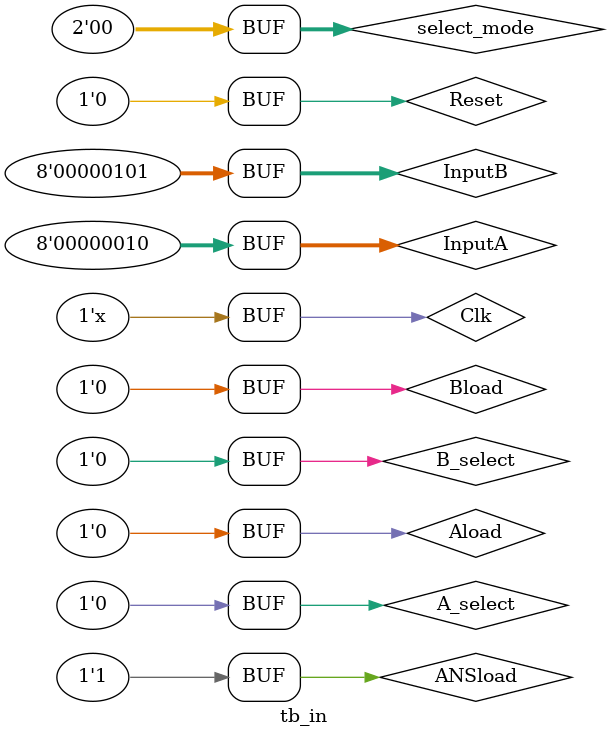
<source format=v>
`timescale 1ns / 1ps


module tb_in;

	// Inputs
	reg [7:0] InputA;
	reg [7:0] InputB;
	reg Aload;
	reg Bload;
	reg Reset;
	reg Clk;
	reg ANSload;
	reg A_select;
	reg B_select;
	reg [1:0]select_mode;

	// Outputs
	wire [3:0] IRCU;
	wire [7:0] Output;

	// Instantiate the Unit Under Test (UUT)
	instructionset uut (
		.InputA(InputA), 
		.InputB(InputB), 
		.Aload(Aload), 
		.Bload(Bload), 
		.Reset(Reset), 
		.Clk(Clk), 
		.ANSload(ANSload), 
		.A_select(A_select), 
		.B_select(B_select), 
		.select_mode(select_mode), 
		.IRCU(IRCU), 
		.Output(Output)
	);

	initial begin
		// Initialize Inputs
		InputA = 0;
		InputB = 0;
		Aload = 0;
		Bload = 0;
		Reset = 1;
		Clk = 0;
		ANSload = 0;
		A_select = 0;
		B_select = 0;
		select_mode = 0;
		#100;
		
		InputA = 2;
		InputB = 5;
		Aload = 1;
		Bload = 1;
		Reset = 0;
		ANSload = 0;
		A_select = 0;
		B_select = 0;
		select_mode = 0;
		#100;
		
		Aload = 1;
		Bload = 1;
		ANSload = 0;
		A_select = 0;
		B_select = 0;
		select_mode = 0;
		#100;
		
		Aload = 1;
		Bload = 1;
		ANSload = 0;
		A_select = 0;
		B_select = 0;
		select_mode = 0;
		#100;
		
		Aload = 0;
		Bload = 0;
		ANSload = 1;
		A_select = 0;
		B_select = 0;
		select_mode = 0;
		#100;

        

	end
	always #20 Clk = ~Clk;
      
endmodule


</source>
